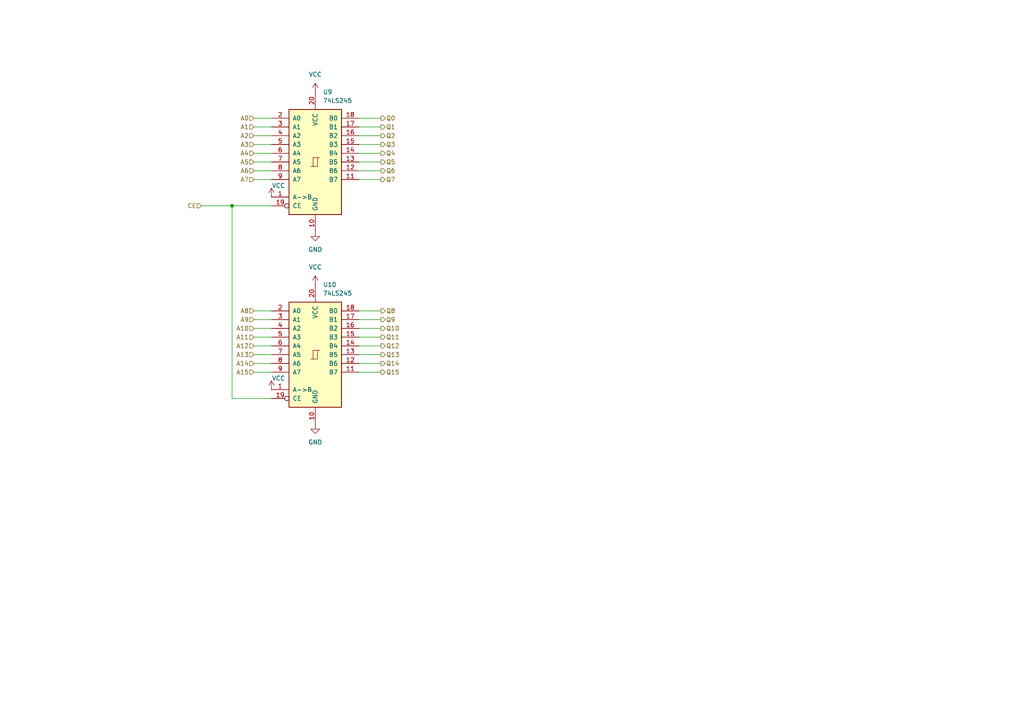
<source format=kicad_sch>
(kicad_sch (version 20231120) (generator "eeschema") (generator_version "8.0")
  (paper "A4")
  (lib_symbols
    (symbol "74xx:74LS245" (pin_names (offset 1.016))
      (property "Reference" "U" (at -7.62 16.51 0))
      (property "Value" "74LS245" (at -7.62 -16.51 0))
      (symbol "74LS245_1_0"
        (polyline (pts (xy -0.635 -1.27) (xy -0.635 1.27) (xy 0.635 1.27)))
        (polyline (pts (xy -1.27 -1.27) (xy 0.635 -1.27) (xy 0.635 1.27) (xy 1.27 1.27)))
        (pin input line (at -12.7 -10.16 0) (length 5.08) (name "A->B") (number "1"))
        (pin power_in line (at 0 -20.32 90) (length 5.08) (name "GND") (number "10"))
        (pin tri_state line (at 12.7 -5.08 180) (length 5.08) (name "B7") (number "11"))
        (pin tri_state line (at 12.7 -2.54 180) (length 5.08) (name "B6") (number "12"))
        (pin tri_state line (at 12.7 0 180) (length 5.08) (name "B5") (number "13"))
        (pin tri_state line (at 12.7 2.54 180) (length 5.08) (name "B4") (number "14"))
        (pin tri_state line (at 12.7 5.08 180) (length 5.08) (name "B3") (number "15"))
        (pin tri_state line (at 12.7 7.62 180) (length 5.08) (name "B2") (number "16"))
        (pin tri_state line (at 12.7 10.16 180) (length 5.08) (name "B1") (number "17"))
        (pin tri_state line (at 12.7 12.7 180) (length 5.08) (name "B0") (number "18"))
        (pin input inverted (at -12.7 -12.7 0) (length 5.08) (name "CE") (number "19"))
        (pin tri_state line (at -12.7 12.7 0) (length 5.08) (name "A0") (number "2"))
        (pin power_in line (at 0 20.32 270) (length 5.08) (name "VCC") (number "20"))
        (pin tri_state line (at -12.7 10.16 0) (length 5.08) (name "A1") (number "3"))
        (pin tri_state line (at -12.7 7.62 0) (length 5.08) (name "A2") (number "4"))
        (pin tri_state line (at -12.7 5.08 0) (length 5.08) (name "A3") (number "5"))
        (pin tri_state line (at -12.7 2.54 0) (length 5.08) (name "A4") (number "6"))
        (pin tri_state line (at -12.7 0 0) (length 5.08) (name "A5") (number "7"))
        (pin tri_state line (at -12.7 -2.54 0) (length 5.08) (name "A6") (number "8"))
        (pin tri_state line (at -12.7 -5.08 0) (length 5.08) (name "A7") (number "9"))
      )
      (symbol "74LS245_1_1"
        (rectangle (start -7.62 15.24) (end 7.62 -15.24) (stroke (width 0.254)) (fill (type background)))
      )
    )
    (symbol "power:GND" (power) (pin_numbers hide) (pin_names (offset 0) hide)
      (property "Value" "GND" (at 0 -3.81 0))
      (symbol "GND_0_1"
        (polyline (pts (xy 0 0) (xy 0 -1.27) (xy 1.27 -1.27) (xy 0 -2.54) (xy -1.27 -1.27) (xy 0 -1.27)))
      )
      (symbol "GND_1_1"
        (pin power_in line (at 0 0 270) (length 0) (name "~") (number "1"))
      )
    )
    (symbol "power:VCC" (power) (pin_numbers hide) (pin_names (offset 0) hide)
      (property "Value" "VCC" (at 0 3.556 0))
      (symbol "VCC_0_1"
        (polyline (pts (xy -0.762 1.27) (xy 0 2.54)))
        (polyline (pts (xy 0 0) (xy 0 2.54)))
        (polyline (pts (xy 0 2.54) (xy 0.762 1.27)))
      )
      (symbol "VCC_1_1"
        (pin power_in line (at 0 0 90) (length 0) (name "~") (number "1"))
      )
    )
  )
  (junction (at 67.31 59.69))
  (wire (pts (xy 58.42 59.69) (xy 67.31 59.69)))
  (wire (pts (xy 104.14 92.71) (xy 110.49 92.71)))
  (wire (pts (xy 73.66 97.79) (xy 78.74 97.79)))
  (wire (pts (xy 73.66 105.41) (xy 78.74 105.41)))
  (wire (pts (xy 67.31 59.69) (xy 78.74 59.69)))
  (wire (pts (xy 73.66 41.91) (xy 78.74 41.91)))
  (wire (pts (xy 104.14 36.83) (xy 110.49 36.83)))
  (wire (pts (xy 104.14 39.37) (xy 110.49 39.37)))
  (wire (pts (xy 104.14 44.45) (xy 110.49 44.45)))
  (wire (pts (xy 73.66 92.71) (xy 78.74 92.71)))
  (wire (pts (xy 104.14 105.41) (xy 110.49 105.41)))
  (wire (pts (xy 104.14 97.79) (xy 110.49 97.79)))
  (wire (pts (xy 73.66 34.29) (xy 78.74 34.29)))
  (wire (pts (xy 104.14 102.87) (xy 110.49 102.87)))
  (wire (pts (xy 73.66 36.83) (xy 78.74 36.83)))
  (wire (pts (xy 73.66 107.95) (xy 78.74 107.95)))
  (wire (pts (xy 73.66 90.17) (xy 78.74 90.17)))
  (wire (pts (xy 104.14 49.53) (xy 110.49 49.53)))
  (wire (pts (xy 67.31 115.57) (xy 67.31 59.69)))
  (wire (pts (xy 104.14 100.33) (xy 110.49 100.33)))
  (wire (pts (xy 73.66 46.99) (xy 78.74 46.99)))
  (wire (pts (xy 73.66 102.87) (xy 78.74 102.87)))
  (wire (pts (xy 104.14 95.25) (xy 110.49 95.25)))
  (wire (pts (xy 104.14 52.07) (xy 110.49 52.07)))
  (wire (pts (xy 104.14 107.95) (xy 110.49 107.95)))
  (wire (pts (xy 73.66 52.07) (xy 78.74 52.07)))
  (wire (pts (xy 73.66 95.25) (xy 78.74 95.25)))
  (wire (pts (xy 73.66 39.37) (xy 78.74 39.37)))
  (wire (pts (xy 73.66 49.53) (xy 78.74 49.53)))
  (wire (pts (xy 78.74 115.57) (xy 67.31 115.57)))
  (wire (pts (xy 104.14 41.91) (xy 110.49 41.91)))
  (wire (pts (xy 73.66 100.33) (xy 78.74 100.33)))
  (wire (pts (xy 104.14 46.99) (xy 110.49 46.99)))
  (wire (pts (xy 73.66 44.45) (xy 78.74 44.45)))
  (wire (pts (xy 104.14 34.29) (xy 110.49 34.29)))
  (wire (pts (xy 104.14 90.17) (xy 110.49 90.17)))
  (hierarchical_label "A1" (shape input) (at 73.66 36.83 180))
  (hierarchical_label "Q5" (shape output) (at 110.49 46.99 0))
  (hierarchical_label "A15" (shape input) (at 73.66 107.95 180))
  (hierarchical_label "A10" (shape input) (at 73.66 95.25 180))
  (hierarchical_label "Q15" (shape output) (at 110.49 107.95 0))
  (hierarchical_label "Q11" (shape output) (at 110.49 97.79 0))
  (hierarchical_label "Q4" (shape output) (at 110.49 44.45 0))
  (hierarchical_label "Q14" (shape output) (at 110.49 105.41 0))
  (hierarchical_label "A0" (shape input) (at 73.66 34.29 180))
  (hierarchical_label "Q1" (shape output) (at 110.49 36.83 0))
  (hierarchical_label "A5" (shape input) (at 73.66 46.99 180))
  (hierarchical_label "A7" (shape input) (at 73.66 52.07 180))
  (hierarchical_label "A8" (shape input) (at 73.66 90.17 180))
  (hierarchical_label "Q10" (shape output) (at 110.49 95.25 0))
  (hierarchical_label "Q2" (shape output) (at 110.49 39.37 0))
  (hierarchical_label "Q12" (shape output) (at 110.49 100.33 0))
  (hierarchical_label "Q9" (shape output) (at 110.49 92.71 0))
  (hierarchical_label "Q6" (shape output) (at 110.49 49.53 0))
  (hierarchical_label "A9" (shape input) (at 73.66 92.71 180))
  (hierarchical_label "Q3" (shape output) (at 110.49 41.91 0))
  (hierarchical_label "A11" (shape input) (at 73.66 97.79 180))
  (hierarchical_label "Q7" (shape output) (at 110.49 52.07 0))
  (hierarchical_label "A3" (shape input) (at 73.66 41.91 180))
  (hierarchical_label "CE" (shape input) (at 58.42 59.69 180))
  (hierarchical_label "A2" (shape input) (at 73.66 39.37 180))
  (hierarchical_label "Q13" (shape output) (at 110.49 102.87 0))
  (hierarchical_label "Q8" (shape output) (at 110.49 90.17 0))
  (hierarchical_label "A4" (shape input) (at 73.66 44.45 180))
  (hierarchical_label "A6" (shape input) (at 73.66 49.53 180))
  (hierarchical_label "Q0" (shape output) (at 110.49 34.29 0))
  (hierarchical_label "A13" (shape input) (at 73.66 102.87 180))
  (hierarchical_label "A12" (shape input) (at 73.66 100.33 180))
  (hierarchical_label "A14" (shape input) (at 73.66 105.41 180))
  (symbol (lib_id "power:GND") (at 91.44 123.19 0) (unit 1)
    (property "Reference" "#PWR038" (effects (hide yes)))
    (property "Value" "GND" (at 91.44 128.27 0))
    (property "Description" "Power symbol creates a global label with name \"GND\" , ground" (effects (hide yes)))
  )
  (symbol (lib_id "power:VCC") (at 78.74 113.03 0) (unit 1)
    (property "Reference" "#PWR037" (effects (hide yes)))
    (property "Value" "VCC" (at 80.772 109.728 0))
    (property "Description" "Power symbol creates a global label with name \"VCC\"" (effects (hide yes)))
  )
  (symbol (lib_id "power:VCC") (at 91.44 26.67 0) (unit 1)
    (property "Reference" "#PWR033" (effects (hide yes)))
    (property "Value" "VCC" (at 91.44 21.59 0))
    (property "Description" "Power symbol creates a global label with name \"VCC\"" (effects (hide yes)))
  )
  (symbol (lib_id "power:VCC") (at 91.44 82.55 0) (unit 1)
    (property "Reference" "#PWR036" (effects (hide yes)))
    (property "Value" "VCC" (at 91.44 77.47 0))
    (property "Description" "Power symbol creates a global label with name \"VCC\"" (effects (hide yes)))
  )
  (symbol (lib_id "74xx:74LS245") (at 91.44 102.87 0) (unit 1)
    (property "Reference" "U10" (at 93.6341 82.55 0) (effects (justify left)))
    (property "Value" "74LS245" (at 93.6341 85.09 0) (effects (justify left)))
    (property "Footprint" "Package_DIP:DIP-20_W7.62mm_LongPads" (effects (hide yes)))
    (property "Datasheet" "http://www.ti.com/lit/gpn/sn74LS245" (effects (hide yes)))
    (property "Description" "Octal BUS Transceivers, 3-State outputs" (effects (hide yes)))
  )
  (symbol (lib_id "74xx:74LS245") (at 91.44 46.99 0) (unit 1)
    (property "Reference" "U9" (at 93.6341 26.67 0) (effects (justify left)))
    (property "Value" "74LS245" (at 93.6341 29.21 0) (effects (justify left)))
    (property "Footprint" "Package_DIP:DIP-20_W7.62mm_LongPads" (effects (hide yes)))
    (property "Datasheet" "http://www.ti.com/lit/gpn/sn74LS245" (effects (hide yes)))
    (property "Description" "Octal BUS Transceivers, 3-State outputs" (effects (hide yes)))
  )
  (symbol (lib_id "power:GND") (at 91.44 67.31 0) (unit 1)
    (property "Reference" "#PWR035" (effects (hide yes)))
    (property "Value" "GND" (at 91.44 72.39 0))
    (property "Description" "Power symbol creates a global label with name \"GND\" , ground" (effects (hide yes)))
  )
  (symbol (lib_id "power:VCC") (at 78.74 57.15 0) (unit 1)
    (property "Reference" "#PWR034" (effects (hide yes)))
    (property "Value" "VCC" (at 80.772 53.848 0))
    (property "Description" "Power symbol creates a global label with name \"VCC\"" (effects (hide yes)))
  )
)
</source>
